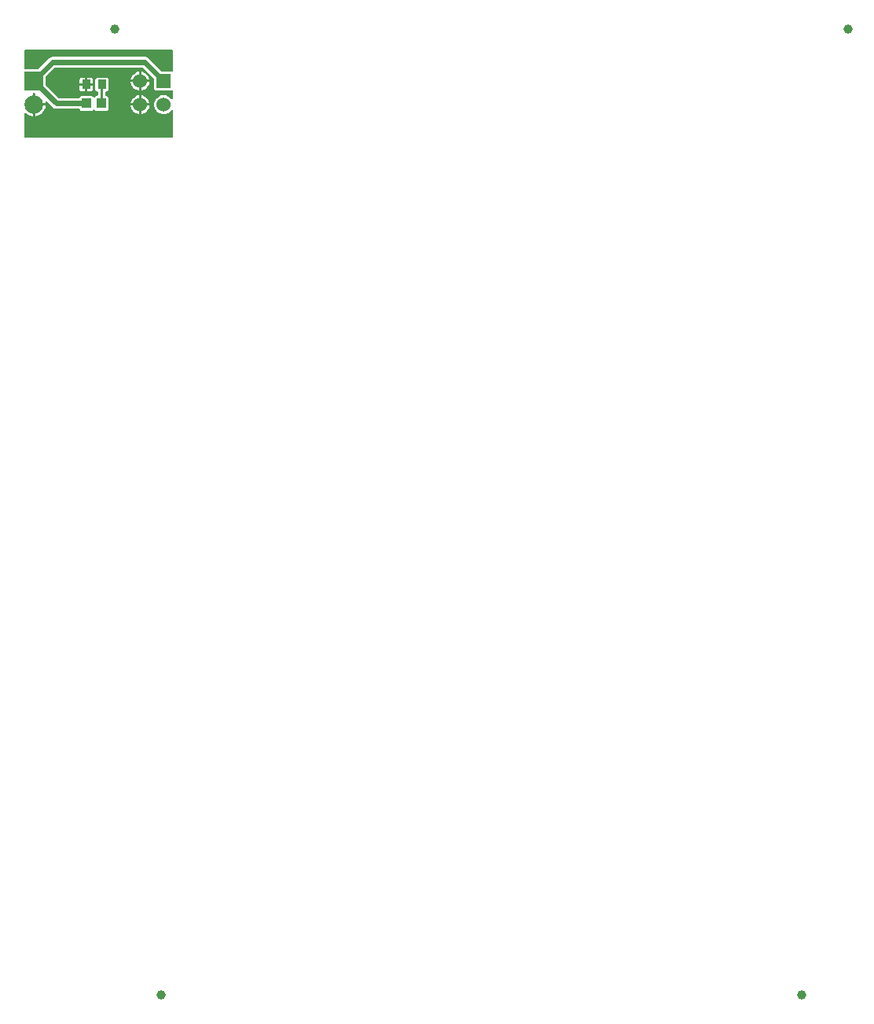
<source format=gtl>
G04 Layer: TopLayer*
G04 EasyEDA v6.5.29, 2023-07-09 11:22:14*
G04 5cd97f88b86b4258a1a04743607231bc,5a6b42c53f6a479593ecc07194224c93,10*
G04 Gerber Generator version 0.2*
G04 Scale: 100 percent, Rotated: No, Reflected: No *
G04 Dimensions in millimeters *
G04 leading zeros omitted , absolute positions ,4 integer and 5 decimal *
%FSLAX45Y45*%
%MOMM*%

%AMMACRO1*21,1,$1,$2,0,0,$3*%
%ADD10C,0.2540*%
%ADD11C,0.6250*%
%ADD12R,1.0000X1.1000*%
%ADD13R,0.8999X1.0000*%
%ADD14C,1.0000*%
%ADD15MACRO1,1.524X1.524X-90.0000*%
%ADD16C,1.5240*%
%ADD17MACRO1,2X2X-90.0000*%
%ADD18C,2.0000*%
%ADD19C,0.6096*%
%ADD20C,0.0183*%

%LPD*%
G36*
X1614373Y9751212D02*
G01*
X1610563Y9751771D01*
X1605940Y9753396D01*
X1599641Y9754108D01*
X1506931Y9754108D01*
X1503070Y9754870D01*
X1499768Y9757105D01*
X1361490Y9895332D01*
X1353972Y9901682D01*
X1345895Y9906508D01*
X1337106Y9909962D01*
X1327759Y9911892D01*
X1320495Y9912350D01*
X330606Y9912350D01*
X320802Y9911537D01*
X311658Y9909251D01*
X303022Y9905441D01*
X295046Y9900208D01*
X289560Y9895382D01*
X175056Y9780879D01*
X171754Y9778695D01*
X167843Y9777882D01*
X36068Y9777882D01*
X32156Y9778695D01*
X28905Y9780879D01*
X26670Y9784181D01*
X25908Y9788042D01*
X25908Y9976612D01*
X26670Y9980523D01*
X28905Y9983774D01*
X32156Y9986010D01*
X36068Y9986772D01*
X1613916Y9986772D01*
X1617827Y9986010D01*
X1621129Y9983774D01*
X1623314Y9980523D01*
X1624076Y9976612D01*
X1624076Y9761372D01*
X1623364Y9757562D01*
X1621282Y9754362D01*
X1618132Y9752126D01*
G37*

%LPD*%
G36*
X36068Y9038590D02*
G01*
X32156Y9039352D01*
X28905Y9041587D01*
X26670Y9044889D01*
X25908Y9048750D01*
X25908Y9296857D01*
X26670Y9300718D01*
X28905Y9304020D01*
X32156Y9306255D01*
X36068Y9307017D01*
X39979Y9306255D01*
X43535Y9303766D01*
X55473Y9294418D01*
X68478Y9286544D01*
X82346Y9280296D01*
X96875Y9275775D01*
X111810Y9273032D01*
X114300Y9272879D01*
X114300Y9385300D01*
X36068Y9385300D01*
X32156Y9386062D01*
X28905Y9388297D01*
X26670Y9391548D01*
X25908Y9395460D01*
X25908Y9400540D01*
X26670Y9404451D01*
X28905Y9407702D01*
X32156Y9409938D01*
X36068Y9410700D01*
X114300Y9410700D01*
X114300Y9515906D01*
X115062Y9519818D01*
X117297Y9523120D01*
X120548Y9525304D01*
X124460Y9526066D01*
X129539Y9526066D01*
X133451Y9525304D01*
X136702Y9523120D01*
X138938Y9519818D01*
X139700Y9515906D01*
X139700Y9410700D01*
X252120Y9410700D01*
X251967Y9413189D01*
X250444Y9421520D01*
X250545Y9425787D01*
X252425Y9429648D01*
X255727Y9432340D01*
X259842Y9433509D01*
X264058Y9432848D01*
X267614Y9430562D01*
X327609Y9370568D01*
X335127Y9364218D01*
X343204Y9359392D01*
X351993Y9355937D01*
X361340Y9354007D01*
X368604Y9353550D01*
X611022Y9353550D01*
X615086Y9352686D01*
X618490Y9350298D01*
X620623Y9346742D01*
X621436Y9344507D01*
X624484Y9339580D01*
X628599Y9335516D01*
X633476Y9332417D01*
X638962Y9330486D01*
X645261Y9329775D01*
X744118Y9329775D01*
X750468Y9330486D01*
X755904Y9332417D01*
X760831Y9335516D01*
X764895Y9339580D01*
X766114Y9341459D01*
X768908Y9344406D01*
X772668Y9346031D01*
X776732Y9346031D01*
X780491Y9344406D01*
X783285Y9341459D01*
X784504Y9339580D01*
X788568Y9335516D01*
X793496Y9332417D01*
X798931Y9330486D01*
X805281Y9329775D01*
X904138Y9329775D01*
X910437Y9330486D01*
X915924Y9332417D01*
X920800Y9335516D01*
X924915Y9339580D01*
X927963Y9344507D01*
X929894Y9349943D01*
X930605Y9356293D01*
X930605Y9465106D01*
X929894Y9471456D01*
X927963Y9476892D01*
X924915Y9481820D01*
X920800Y9485884D01*
X915924Y9488982D01*
X910539Y9490862D01*
X902462Y9491675D01*
X898906Y9492691D01*
X895908Y9494926D01*
X893978Y9498126D01*
X893267Y9501784D01*
X893267Y9527844D01*
X893978Y9531502D01*
X895908Y9534652D01*
X898906Y9536887D01*
X902462Y9537954D01*
X910488Y9538716D01*
X915924Y9540595D01*
X920800Y9543694D01*
X924915Y9547758D01*
X927963Y9552686D01*
X929894Y9558121D01*
X930605Y9564471D01*
X930605Y9663328D01*
X929894Y9669627D01*
X927963Y9675114D01*
X924915Y9679990D01*
X920800Y9684105D01*
X915924Y9687204D01*
X910437Y9689084D01*
X904138Y9689795D01*
X815289Y9689795D01*
X808939Y9689084D01*
X803503Y9687204D01*
X798576Y9684105D01*
X794512Y9679990D01*
X791413Y9675114D01*
X789482Y9669627D01*
X788771Y9663328D01*
X788771Y9564471D01*
X789482Y9558121D01*
X791413Y9552686D01*
X794512Y9547758D01*
X798576Y9543694D01*
X803503Y9540595D01*
X809294Y9538563D01*
X812800Y9536430D01*
X815238Y9533077D01*
X816051Y9529013D01*
X816051Y9501784D01*
X815390Y9498126D01*
X813460Y9494926D01*
X810463Y9492691D01*
X806907Y9491675D01*
X798880Y9490862D01*
X793496Y9488982D01*
X788568Y9485884D01*
X784504Y9481820D01*
X783285Y9479940D01*
X780491Y9476994D01*
X776732Y9475368D01*
X772668Y9475368D01*
X768908Y9476994D01*
X766114Y9479940D01*
X764895Y9481820D01*
X760831Y9485884D01*
X755904Y9488982D01*
X750468Y9490913D01*
X744118Y9491624D01*
X645261Y9491624D01*
X638962Y9490913D01*
X633476Y9488982D01*
X628599Y9485884D01*
X624484Y9481820D01*
X621436Y9476892D01*
X620623Y9474657D01*
X618490Y9471101D01*
X615086Y9468713D01*
X611022Y9467850D01*
X396189Y9467850D01*
X392277Y9468612D01*
X388975Y9470847D01*
X255879Y9603943D01*
X253695Y9607245D01*
X252933Y9611156D01*
X252933Y9692843D01*
X253695Y9696754D01*
X255879Y9700056D01*
X350875Y9795052D01*
X354177Y9797288D01*
X358089Y9798050D01*
X1292910Y9798050D01*
X1296822Y9797288D01*
X1300124Y9795052D01*
X1418894Y9676231D01*
X1421130Y9672929D01*
X1421892Y9669068D01*
X1421892Y9576358D01*
X1422603Y9570059D01*
X1424533Y9564573D01*
X1427581Y9559696D01*
X1431696Y9555581D01*
X1436573Y9552533D01*
X1442059Y9550603D01*
X1448358Y9549892D01*
X1599641Y9549892D01*
X1605940Y9550603D01*
X1610563Y9552228D01*
X1614373Y9552787D01*
X1618132Y9551873D01*
X1621282Y9549638D01*
X1623364Y9546437D01*
X1624076Y9542627D01*
X1624076Y9465157D01*
X1623263Y9461093D01*
X1620926Y9457740D01*
X1617421Y9455607D01*
X1613357Y9454997D01*
X1609394Y9456064D01*
X1606143Y9458553D01*
X1597406Y9468967D01*
X1587246Y9478111D01*
X1576019Y9485833D01*
X1563878Y9491980D01*
X1550974Y9496450D01*
X1537614Y9499193D01*
X1524000Y9500108D01*
X1510385Y9499193D01*
X1497025Y9496450D01*
X1484122Y9491980D01*
X1471980Y9485833D01*
X1460754Y9478111D01*
X1450594Y9468967D01*
X1441805Y9458553D01*
X1434490Y9447072D01*
X1428750Y9434677D01*
X1424686Y9421672D01*
X1422450Y9408210D01*
X1421993Y9394596D01*
X1423314Y9381032D01*
X1426514Y9367774D01*
X1431391Y9355023D01*
X1437944Y9343085D01*
X1446022Y9332112D01*
X1455521Y9322308D01*
X1466240Y9313824D01*
X1477975Y9306864D01*
X1490522Y9301581D01*
X1503680Y9297974D01*
X1517192Y9296146D01*
X1530807Y9296146D01*
X1544320Y9297974D01*
X1557477Y9301581D01*
X1570024Y9306864D01*
X1581759Y9313824D01*
X1592478Y9322308D01*
X1601978Y9332112D01*
X1605737Y9337243D01*
X1608886Y9340037D01*
X1612900Y9341307D01*
X1617116Y9340850D01*
X1620723Y9338716D01*
X1623212Y9335312D01*
X1624076Y9331198D01*
X1624076Y9048750D01*
X1623314Y9044889D01*
X1621129Y9041587D01*
X1617827Y9039352D01*
X1613916Y9038590D01*
G37*

%LPC*%
G36*
X645261Y9538004D02*
G01*
X677011Y9538004D01*
X677011Y9601200D01*
X618794Y9601200D01*
X618794Y9564471D01*
X619506Y9558121D01*
X621385Y9552686D01*
X624484Y9547758D01*
X628599Y9543694D01*
X633476Y9540595D01*
X638962Y9538716D01*
G37*
G36*
X1257300Y9296958D02*
G01*
X1257300Y9385300D01*
X1168908Y9385300D01*
X1169314Y9381032D01*
X1172514Y9367774D01*
X1177391Y9355023D01*
X1183944Y9343085D01*
X1192022Y9332112D01*
X1201521Y9322308D01*
X1212240Y9313824D01*
X1223975Y9306864D01*
X1236522Y9301581D01*
X1249680Y9297974D01*
G37*
G36*
X1168857Y9410700D02*
G01*
X1257300Y9410700D01*
X1257300Y9499244D01*
X1243025Y9496450D01*
X1230122Y9491980D01*
X1217980Y9485833D01*
X1206754Y9478111D01*
X1196594Y9468967D01*
X1187805Y9458553D01*
X1180490Y9447072D01*
X1174750Y9434677D01*
X1170686Y9421672D01*
G37*
G36*
X1282700Y9410700D02*
G01*
X1371142Y9410700D01*
X1369314Y9421672D01*
X1365250Y9434677D01*
X1359509Y9447072D01*
X1352194Y9458553D01*
X1343406Y9468967D01*
X1333246Y9478111D01*
X1322019Y9485833D01*
X1309878Y9491980D01*
X1296974Y9496450D01*
X1282700Y9499244D01*
G37*
G36*
X139700Y9272879D02*
G01*
X142189Y9273032D01*
X157124Y9275775D01*
X171653Y9280296D01*
X185521Y9286544D01*
X198526Y9294418D01*
X210464Y9303766D01*
X221234Y9314535D01*
X230581Y9326473D01*
X238455Y9339478D01*
X244703Y9353346D01*
X249224Y9367875D01*
X251967Y9382810D01*
X252120Y9385300D01*
X139700Y9385300D01*
G37*
G36*
X702411Y9538004D02*
G01*
X734110Y9538004D01*
X740460Y9538716D01*
X745896Y9540595D01*
X750824Y9543694D01*
X754888Y9547758D01*
X757986Y9552686D01*
X759866Y9558121D01*
X760577Y9564471D01*
X760577Y9601200D01*
X702411Y9601200D01*
G37*
G36*
X1282700Y9296958D02*
G01*
X1290320Y9297974D01*
X1303477Y9301581D01*
X1316024Y9306864D01*
X1327759Y9313824D01*
X1338478Y9322308D01*
X1347978Y9332112D01*
X1356055Y9343085D01*
X1362608Y9355023D01*
X1367485Y9367774D01*
X1370685Y9381032D01*
X1371092Y9385300D01*
X1282700Y9385300D01*
G37*
G36*
X1257300Y9550958D02*
G01*
X1257300Y9639300D01*
X1168908Y9639300D01*
X1169314Y9635032D01*
X1172514Y9621774D01*
X1177391Y9609023D01*
X1183944Y9597085D01*
X1192022Y9586112D01*
X1201521Y9576308D01*
X1212240Y9567824D01*
X1223975Y9560864D01*
X1236522Y9555581D01*
X1249680Y9551974D01*
G37*
G36*
X1282700Y9550958D02*
G01*
X1290320Y9551974D01*
X1303477Y9555581D01*
X1316024Y9560864D01*
X1327759Y9567824D01*
X1338478Y9576308D01*
X1347978Y9586112D01*
X1356055Y9597085D01*
X1362608Y9609023D01*
X1367485Y9621774D01*
X1370685Y9635032D01*
X1371092Y9639300D01*
X1282700Y9639300D01*
G37*
G36*
X618794Y9626600D02*
G01*
X677011Y9626600D01*
X677011Y9689795D01*
X645261Y9689795D01*
X638962Y9689084D01*
X633476Y9687204D01*
X628599Y9684105D01*
X624484Y9679990D01*
X621385Y9675114D01*
X619506Y9669627D01*
X618794Y9663328D01*
G37*
G36*
X702411Y9626600D02*
G01*
X760577Y9626600D01*
X760577Y9663328D01*
X759866Y9669627D01*
X757986Y9675114D01*
X754888Y9679990D01*
X750824Y9684105D01*
X745896Y9687204D01*
X740460Y9689084D01*
X734110Y9689795D01*
X702411Y9689795D01*
G37*
G36*
X1168857Y9664700D02*
G01*
X1257300Y9664700D01*
X1257300Y9753244D01*
X1243025Y9750450D01*
X1230122Y9745980D01*
X1217980Y9739833D01*
X1206754Y9732111D01*
X1196594Y9722967D01*
X1187805Y9712553D01*
X1180490Y9701072D01*
X1174750Y9688677D01*
X1170686Y9675672D01*
G37*
G36*
X1282700Y9664700D02*
G01*
X1371142Y9664700D01*
X1369314Y9675672D01*
X1365250Y9688677D01*
X1359509Y9701072D01*
X1352194Y9712553D01*
X1343406Y9722967D01*
X1333246Y9732111D01*
X1322019Y9739833D01*
X1309878Y9745980D01*
X1296974Y9750450D01*
X1282700Y9753244D01*
G37*

%LPD*%
D10*
X859693Y9613900D02*
G01*
X854682Y9608888D01*
X854682Y9410700D01*
D11*
X1524000Y9652000D02*
G01*
X1320800Y9855200D01*
X330200Y9855200D01*
X127000Y9652000D01*
X694689Y9410700D02*
G01*
X368300Y9410700D01*
X127000Y9652000D01*
D12*
G01*
X694689Y9410700D03*
G01*
X854684Y9410700D03*
D13*
G01*
X689686Y9613900D03*
G01*
X859688Y9613900D03*
D14*
G01*
X999997Y10212678D03*
G01*
X8899974Y10212678D03*
G01*
X1499996Y-187268D03*
G01*
X8399975Y-187268D03*
D15*
G01*
X1524000Y9652000D03*
D16*
G01*
X1270000Y9652000D03*
G01*
X1524000Y9398000D03*
G01*
X1270000Y9398000D03*
D17*
G01*
X127000Y9652000D03*
D18*
G01*
X127000Y9398000D03*
D19*
G01*
X1435100Y9918700D03*
M02*

</source>
